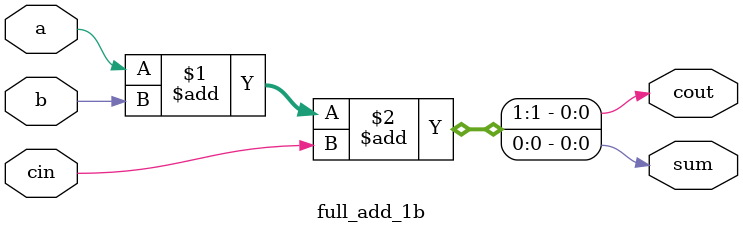
<source format=v>
`timescale 1ns / 1ps


module full_add_1b(a,b,cin,sum,cout);
    input a, b, cin;
    output sum, cout;
    assign {cout, sum} = a + b + cin;
endmodule

</source>
